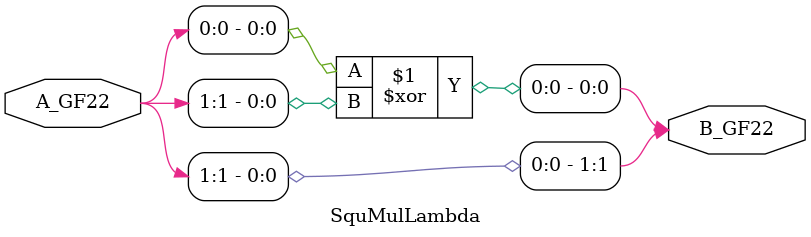
<source format=v>
`timescale 1ns / 1ps
module SquMulLambda(
    input [1:0] A_GF22,
    output wire [1:0] B_GF22
    );

	assign  B_GF22[1] =   A_GF22[1];
	assign  B_GF22[0] =   A_GF22[0] ^ A_GF22[1];	

endmodule

</source>
